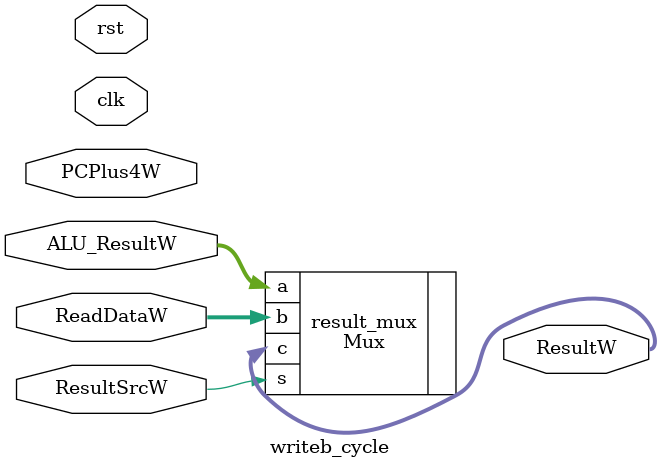
<source format=v>
module writeb_cycle(clk,rst,ResultSrcW,ResultW,PCPlus4W,ALU_ResultW,ReadDataW);
input clk,rst,ResultSrcW;
input [31:0] PCPlus4W,ALU_ResultW,ReadDataW;
output [31:0] ResultW;
Mux result_mux(
    .a(ALU_ResultW),
    .b(ReadDataW),
    .s(ResultSrcW),
    .c(ResultW)
);
endmodule
</source>
